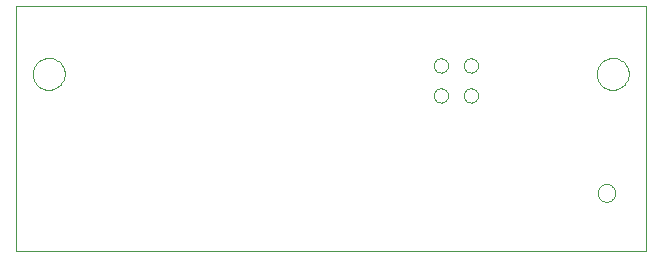
<source format=gbo>
G75*
G70*
%OFA0B0*%
%FSLAX24Y24*%
%IPPOS*%
%LPD*%
%AMOC8*
5,1,8,0,0,1.08239X$1,22.5*
%
%ADD10C,0.0000*%
D10*
X000302Y002258D02*
X000302Y010408D01*
X021302Y010408D01*
X021302Y002258D01*
X000302Y002258D01*
X014236Y007438D02*
X014238Y007468D01*
X014244Y007498D01*
X014253Y007527D01*
X014266Y007554D01*
X014283Y007579D01*
X014302Y007602D01*
X014325Y007623D01*
X014350Y007640D01*
X014376Y007654D01*
X014405Y007664D01*
X014434Y007671D01*
X014464Y007674D01*
X014495Y007673D01*
X014525Y007668D01*
X014554Y007659D01*
X014581Y007647D01*
X014607Y007632D01*
X014631Y007613D01*
X014652Y007591D01*
X014670Y007567D01*
X014685Y007540D01*
X014696Y007512D01*
X014704Y007483D01*
X014708Y007453D01*
X014708Y007423D01*
X014704Y007393D01*
X014696Y007364D01*
X014685Y007336D01*
X014670Y007309D01*
X014652Y007285D01*
X014631Y007263D01*
X014607Y007244D01*
X014581Y007229D01*
X014554Y007217D01*
X014525Y007208D01*
X014495Y007203D01*
X014464Y007202D01*
X014434Y007205D01*
X014405Y007212D01*
X014376Y007222D01*
X014350Y007236D01*
X014325Y007253D01*
X014302Y007274D01*
X014283Y007297D01*
X014266Y007322D01*
X014253Y007349D01*
X014244Y007378D01*
X014238Y007408D01*
X014236Y007438D01*
X015236Y007438D02*
X015238Y007468D01*
X015244Y007498D01*
X015253Y007527D01*
X015266Y007554D01*
X015283Y007579D01*
X015302Y007602D01*
X015325Y007623D01*
X015350Y007640D01*
X015376Y007654D01*
X015405Y007664D01*
X015434Y007671D01*
X015464Y007674D01*
X015495Y007673D01*
X015525Y007668D01*
X015554Y007659D01*
X015581Y007647D01*
X015607Y007632D01*
X015631Y007613D01*
X015652Y007591D01*
X015670Y007567D01*
X015685Y007540D01*
X015696Y007512D01*
X015704Y007483D01*
X015708Y007453D01*
X015708Y007423D01*
X015704Y007393D01*
X015696Y007364D01*
X015685Y007336D01*
X015670Y007309D01*
X015652Y007285D01*
X015631Y007263D01*
X015607Y007244D01*
X015581Y007229D01*
X015554Y007217D01*
X015525Y007208D01*
X015495Y007203D01*
X015464Y007202D01*
X015434Y007205D01*
X015405Y007212D01*
X015376Y007222D01*
X015350Y007236D01*
X015325Y007253D01*
X015302Y007274D01*
X015283Y007297D01*
X015266Y007322D01*
X015253Y007349D01*
X015244Y007378D01*
X015238Y007408D01*
X015236Y007438D01*
X015236Y008438D02*
X015238Y008468D01*
X015244Y008498D01*
X015253Y008527D01*
X015266Y008554D01*
X015283Y008579D01*
X015302Y008602D01*
X015325Y008623D01*
X015350Y008640D01*
X015376Y008654D01*
X015405Y008664D01*
X015434Y008671D01*
X015464Y008674D01*
X015495Y008673D01*
X015525Y008668D01*
X015554Y008659D01*
X015581Y008647D01*
X015607Y008632D01*
X015631Y008613D01*
X015652Y008591D01*
X015670Y008567D01*
X015685Y008540D01*
X015696Y008512D01*
X015704Y008483D01*
X015708Y008453D01*
X015708Y008423D01*
X015704Y008393D01*
X015696Y008364D01*
X015685Y008336D01*
X015670Y008309D01*
X015652Y008285D01*
X015631Y008263D01*
X015607Y008244D01*
X015581Y008229D01*
X015554Y008217D01*
X015525Y008208D01*
X015495Y008203D01*
X015464Y008202D01*
X015434Y008205D01*
X015405Y008212D01*
X015376Y008222D01*
X015350Y008236D01*
X015325Y008253D01*
X015302Y008274D01*
X015283Y008297D01*
X015266Y008322D01*
X015253Y008349D01*
X015244Y008378D01*
X015238Y008408D01*
X015236Y008438D01*
X014236Y008438D02*
X014238Y008468D01*
X014244Y008498D01*
X014253Y008527D01*
X014266Y008554D01*
X014283Y008579D01*
X014302Y008602D01*
X014325Y008623D01*
X014350Y008640D01*
X014376Y008654D01*
X014405Y008664D01*
X014434Y008671D01*
X014464Y008674D01*
X014495Y008673D01*
X014525Y008668D01*
X014554Y008659D01*
X014581Y008647D01*
X014607Y008632D01*
X014631Y008613D01*
X014652Y008591D01*
X014670Y008567D01*
X014685Y008540D01*
X014696Y008512D01*
X014704Y008483D01*
X014708Y008453D01*
X014708Y008423D01*
X014704Y008393D01*
X014696Y008364D01*
X014685Y008336D01*
X014670Y008309D01*
X014652Y008285D01*
X014631Y008263D01*
X014607Y008244D01*
X014581Y008229D01*
X014554Y008217D01*
X014525Y008208D01*
X014495Y008203D01*
X014464Y008202D01*
X014434Y008205D01*
X014405Y008212D01*
X014376Y008222D01*
X014350Y008236D01*
X014325Y008253D01*
X014302Y008274D01*
X014283Y008297D01*
X014266Y008322D01*
X014253Y008349D01*
X014244Y008378D01*
X014238Y008408D01*
X014236Y008438D01*
X019671Y008158D02*
X019673Y008204D01*
X019679Y008249D01*
X019689Y008294D01*
X019702Y008337D01*
X019719Y008380D01*
X019740Y008420D01*
X019764Y008459D01*
X019792Y008495D01*
X019823Y008529D01*
X019856Y008561D01*
X019892Y008589D01*
X019930Y008614D01*
X019970Y008636D01*
X020012Y008654D01*
X020055Y008668D01*
X020100Y008679D01*
X020145Y008686D01*
X020191Y008689D01*
X020236Y008688D01*
X020282Y008683D01*
X020327Y008674D01*
X020370Y008662D01*
X020413Y008645D01*
X020454Y008625D01*
X020493Y008602D01*
X020531Y008575D01*
X020565Y008545D01*
X020597Y008513D01*
X020626Y008477D01*
X020652Y008440D01*
X020675Y008400D01*
X020694Y008359D01*
X020709Y008316D01*
X020721Y008271D01*
X020729Y008226D01*
X020733Y008181D01*
X020733Y008135D01*
X020729Y008090D01*
X020721Y008045D01*
X020709Y008000D01*
X020694Y007957D01*
X020675Y007916D01*
X020652Y007876D01*
X020626Y007839D01*
X020597Y007803D01*
X020565Y007771D01*
X020531Y007741D01*
X020493Y007714D01*
X020454Y007691D01*
X020413Y007671D01*
X020370Y007654D01*
X020327Y007642D01*
X020282Y007633D01*
X020236Y007628D01*
X020191Y007627D01*
X020145Y007630D01*
X020100Y007637D01*
X020055Y007648D01*
X020012Y007662D01*
X019970Y007680D01*
X019930Y007702D01*
X019892Y007727D01*
X019856Y007755D01*
X019823Y007787D01*
X019792Y007821D01*
X019764Y007857D01*
X019740Y007896D01*
X019719Y007936D01*
X019702Y007979D01*
X019689Y008022D01*
X019679Y008067D01*
X019673Y008112D01*
X019671Y008158D01*
X019696Y004188D02*
X019698Y004222D01*
X019704Y004256D01*
X019714Y004289D01*
X019727Y004320D01*
X019745Y004350D01*
X019765Y004378D01*
X019789Y004403D01*
X019815Y004425D01*
X019843Y004443D01*
X019874Y004459D01*
X019906Y004471D01*
X019940Y004479D01*
X019974Y004483D01*
X020008Y004483D01*
X020042Y004479D01*
X020076Y004471D01*
X020108Y004459D01*
X020138Y004443D01*
X020167Y004425D01*
X020193Y004403D01*
X020217Y004378D01*
X020237Y004350D01*
X020255Y004320D01*
X020268Y004289D01*
X020278Y004256D01*
X020284Y004222D01*
X020286Y004188D01*
X020284Y004154D01*
X020278Y004120D01*
X020268Y004087D01*
X020255Y004056D01*
X020237Y004026D01*
X020217Y003998D01*
X020193Y003973D01*
X020167Y003951D01*
X020139Y003933D01*
X020108Y003917D01*
X020076Y003905D01*
X020042Y003897D01*
X020008Y003893D01*
X019974Y003893D01*
X019940Y003897D01*
X019906Y003905D01*
X019874Y003917D01*
X019843Y003933D01*
X019815Y003951D01*
X019789Y003973D01*
X019765Y003998D01*
X019745Y004026D01*
X019727Y004056D01*
X019714Y004087D01*
X019704Y004120D01*
X019698Y004154D01*
X019696Y004188D01*
X000871Y008158D02*
X000873Y008204D01*
X000879Y008249D01*
X000889Y008294D01*
X000902Y008337D01*
X000919Y008380D01*
X000940Y008420D01*
X000964Y008459D01*
X000992Y008495D01*
X001023Y008529D01*
X001056Y008561D01*
X001092Y008589D01*
X001130Y008614D01*
X001170Y008636D01*
X001212Y008654D01*
X001255Y008668D01*
X001300Y008679D01*
X001345Y008686D01*
X001391Y008689D01*
X001436Y008688D01*
X001482Y008683D01*
X001527Y008674D01*
X001570Y008662D01*
X001613Y008645D01*
X001654Y008625D01*
X001693Y008602D01*
X001731Y008575D01*
X001765Y008545D01*
X001797Y008513D01*
X001826Y008477D01*
X001852Y008440D01*
X001875Y008400D01*
X001894Y008359D01*
X001909Y008316D01*
X001921Y008271D01*
X001929Y008226D01*
X001933Y008181D01*
X001933Y008135D01*
X001929Y008090D01*
X001921Y008045D01*
X001909Y008000D01*
X001894Y007957D01*
X001875Y007916D01*
X001852Y007876D01*
X001826Y007839D01*
X001797Y007803D01*
X001765Y007771D01*
X001731Y007741D01*
X001693Y007714D01*
X001654Y007691D01*
X001613Y007671D01*
X001570Y007654D01*
X001527Y007642D01*
X001482Y007633D01*
X001436Y007628D01*
X001391Y007627D01*
X001345Y007630D01*
X001300Y007637D01*
X001255Y007648D01*
X001212Y007662D01*
X001170Y007680D01*
X001130Y007702D01*
X001092Y007727D01*
X001056Y007755D01*
X001023Y007787D01*
X000992Y007821D01*
X000964Y007857D01*
X000940Y007896D01*
X000919Y007936D01*
X000902Y007979D01*
X000889Y008022D01*
X000879Y008067D01*
X000873Y008112D01*
X000871Y008158D01*
M02*

</source>
